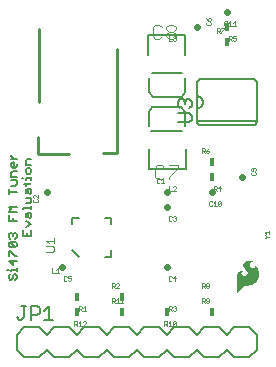
<source format=gbr>
G04 EAGLE Gerber RS-274X export*
G75*
%MOMM*%
%FSLAX34Y34*%
%LPD*%
%INSilkscreen Top*%
%IPPOS*%
%AMOC8*
5,1,8,0,0,1.08239X$1,22.5*%
G01*
%ADD10C,0.127000*%
%ADD11C,0.203200*%
%ADD12C,0.050800*%
%ADD13C,0.025400*%
%ADD14C,0.558800*%
%ADD15R,0.457200X0.762000*%
%ADD16C,0.101600*%
%ADD17C,0.254000*%

G36*
X198918Y53444D02*
X198918Y53444D01*
X198922Y53442D01*
X198992Y53478D01*
X199002Y53483D01*
X199003Y53484D01*
X203875Y58966D01*
X204729Y59748D01*
X205719Y60337D01*
X206070Y60464D01*
X206438Y60529D01*
X208713Y60529D01*
X208718Y60531D01*
X208724Y60529D01*
X210088Y60653D01*
X210098Y60659D01*
X210110Y60657D01*
X211429Y61025D01*
X211437Y61033D01*
X211450Y61034D01*
X212680Y61634D01*
X212687Y61641D01*
X212698Y61644D01*
X213855Y62461D01*
X213860Y62469D01*
X213869Y62472D01*
X214900Y63444D01*
X214903Y63452D01*
X214909Y63454D01*
X214910Y63456D01*
X214912Y63457D01*
X215797Y64564D01*
X215799Y64574D01*
X215808Y64581D01*
X216755Y66262D01*
X216756Y66273D01*
X216764Y66283D01*
X217392Y68107D01*
X217391Y68118D01*
X217398Y68129D01*
X217686Y70036D01*
X217683Y70047D01*
X217688Y70059D01*
X217686Y70111D01*
X217678Y70363D01*
X217674Y70489D01*
X217674Y70490D01*
X217666Y70742D01*
X217658Y70995D01*
X217654Y71121D01*
X217646Y71373D01*
X217635Y71752D01*
X217627Y71987D01*
X217623Y71996D01*
X217625Y72008D01*
X217418Y73047D01*
X217413Y73055D01*
X217413Y73066D01*
X217055Y74063D01*
X217049Y74070D01*
X217048Y74081D01*
X216546Y75015D01*
X216537Y75022D01*
X216534Y75034D01*
X215627Y76171D01*
X215616Y76177D01*
X215609Y76190D01*
X214483Y77111D01*
X214440Y77123D01*
X214399Y77139D01*
X214394Y77137D01*
X214388Y77138D01*
X214350Y77117D01*
X214310Y77098D01*
X214307Y77092D01*
X214303Y77090D01*
X214295Y77061D01*
X214277Y77013D01*
X214277Y76133D01*
X214261Y76013D01*
X214217Y75910D01*
X213943Y75570D01*
X213582Y75322D01*
X213408Y75257D01*
X212870Y75199D01*
X212340Y75297D01*
X211852Y75546D01*
X210950Y76197D01*
X210538Y76551D01*
X210187Y76961D01*
X209904Y77419D01*
X209698Y77913D01*
X209639Y78213D01*
X209651Y78516D01*
X209808Y79035D01*
X210094Y79495D01*
X210489Y79865D01*
X210970Y80120D01*
X211460Y80259D01*
X211971Y80316D01*
X212574Y80316D01*
X212575Y80316D01*
X212597Y80325D01*
X212665Y80354D01*
X212700Y80446D01*
X212696Y80455D01*
X212662Y80531D01*
X212660Y80534D01*
X212659Y80535D01*
X212658Y80536D01*
X212637Y80556D01*
X212630Y80559D01*
X212626Y80567D01*
X212191Y80905D01*
X212176Y80909D01*
X212164Y80921D01*
X211660Y81142D01*
X211659Y81142D01*
X211303Y81294D01*
X211075Y81395D01*
X211065Y81396D01*
X211055Y81402D01*
X210177Y81622D01*
X210168Y81621D01*
X210158Y81625D01*
X209258Y81711D01*
X209248Y81707D01*
X209236Y81711D01*
X208368Y81645D01*
X208357Y81639D01*
X208344Y81640D01*
X207504Y81409D01*
X207494Y81401D01*
X207481Y81400D01*
X206701Y81012D01*
X206694Y81004D01*
X206683Y81001D01*
X205906Y80441D01*
X205902Y80434D01*
X205893Y80430D01*
X205197Y79772D01*
X205192Y79761D01*
X205181Y79753D01*
X204750Y79150D01*
X204747Y79135D01*
X204735Y79122D01*
X204468Y78430D01*
X204468Y78414D01*
X204460Y78399D01*
X204373Y77662D01*
X204378Y77647D01*
X204374Y77630D01*
X204473Y76895D01*
X204481Y76882D01*
X204481Y76865D01*
X204761Y76177D01*
X204770Y76168D01*
X204773Y76154D01*
X205960Y74396D01*
X205968Y74391D01*
X205972Y74380D01*
X207425Y72839D01*
X207795Y72404D01*
X208035Y71901D01*
X208137Y71353D01*
X208094Y70797D01*
X207908Y70272D01*
X207593Y69812D01*
X207168Y69447D01*
X206625Y69154D01*
X206039Y68956D01*
X205429Y68859D01*
X204718Y68894D01*
X204040Y69101D01*
X203434Y69466D01*
X203121Y69794D01*
X202915Y70198D01*
X202822Y70614D01*
X202822Y71042D01*
X202915Y71457D01*
X202987Y71595D01*
X203105Y71709D01*
X203929Y72308D01*
X204062Y72379D01*
X204200Y72407D01*
X204358Y72391D01*
X204401Y72405D01*
X204446Y72416D01*
X204448Y72420D01*
X204452Y72421D01*
X204472Y72462D01*
X204495Y72501D01*
X204494Y72505D01*
X204496Y72509D01*
X204481Y72552D01*
X204468Y72596D01*
X204465Y72598D01*
X204464Y72602D01*
X204426Y72621D01*
X204390Y72642D01*
X203907Y72718D01*
X203902Y72717D01*
X203897Y72719D01*
X202957Y72792D01*
X202948Y72789D01*
X202937Y72792D01*
X201997Y72719D01*
X201987Y72714D01*
X201975Y72715D01*
X201276Y72531D01*
X201266Y72523D01*
X201252Y72522D01*
X200604Y72201D01*
X200596Y72192D01*
X200582Y72188D01*
X200012Y71743D01*
X200006Y71732D01*
X199994Y71726D01*
X199524Y71176D01*
X199520Y71164D01*
X199509Y71155D01*
X199108Y70423D01*
X199107Y70410D01*
X199098Y70399D01*
X198858Y69600D01*
X198859Y69587D01*
X198853Y69574D01*
X198783Y68743D01*
X198785Y68737D01*
X198783Y68732D01*
X198783Y53568D01*
X198785Y53563D01*
X198783Y53559D01*
X198804Y53519D01*
X198821Y53477D01*
X198826Y53476D01*
X198828Y53471D01*
X198871Y53458D01*
X198913Y53442D01*
X198918Y53444D01*
G37*
D10*
X6853Y69981D02*
X5709Y68837D01*
X5709Y66549D01*
X6853Y65405D01*
X7997Y65405D01*
X9141Y66549D01*
X9141Y68837D01*
X10285Y69981D01*
X11429Y69981D01*
X12573Y68837D01*
X12573Y66549D01*
X11429Y65405D01*
X7997Y72889D02*
X7997Y74033D01*
X12573Y74033D01*
X12573Y72889D02*
X12573Y75177D01*
X5709Y74033D02*
X4565Y74033D01*
X5709Y81311D02*
X12573Y81311D01*
X9141Y77879D02*
X5709Y81311D01*
X9141Y82455D02*
X9141Y77879D01*
X5709Y85363D02*
X5709Y89939D01*
X6853Y89939D01*
X11429Y85363D01*
X12573Y85363D01*
X11429Y92847D02*
X6853Y92847D01*
X5709Y93991D01*
X5709Y96279D01*
X6853Y97423D01*
X11429Y97423D01*
X12573Y96279D01*
X12573Y93991D01*
X11429Y92847D01*
X6853Y97423D01*
X6853Y100331D02*
X5709Y101475D01*
X5709Y103763D01*
X6853Y104907D01*
X7997Y104907D01*
X9141Y103763D01*
X9141Y102619D01*
X9141Y103763D02*
X10285Y104907D01*
X11429Y104907D01*
X12573Y103763D01*
X12573Y101475D01*
X11429Y100331D01*
X12573Y115299D02*
X5709Y115299D01*
X5709Y119875D01*
X9141Y117587D02*
X9141Y115299D01*
X12573Y122784D02*
X5709Y122784D01*
X7997Y125071D01*
X5709Y127359D01*
X12573Y127359D01*
X12573Y140040D02*
X5709Y140040D01*
X5709Y137752D02*
X5709Y142328D01*
X7997Y145236D02*
X11429Y145236D01*
X12573Y146380D01*
X12573Y149812D01*
X7997Y149812D01*
X7997Y152720D02*
X12573Y152720D01*
X7997Y152720D02*
X7997Y156152D01*
X9141Y157296D01*
X12573Y157296D01*
X12573Y161348D02*
X12573Y163636D01*
X12573Y161348D02*
X11429Y160204D01*
X9141Y160204D01*
X7997Y161348D01*
X7997Y163636D01*
X9141Y164780D01*
X10285Y164780D01*
X10285Y160204D01*
X12573Y167688D02*
X7997Y167688D01*
X10285Y167688D02*
X7997Y169976D01*
X7997Y171120D01*
X17901Y107402D02*
X17901Y102826D01*
X24765Y102826D01*
X24765Y107402D01*
X21333Y105114D02*
X21333Y102826D01*
X20189Y110310D02*
X24765Y112598D01*
X20189Y114886D01*
X20189Y118938D02*
X20189Y121226D01*
X21333Y122370D01*
X24765Y122370D01*
X24765Y118938D01*
X23621Y117794D01*
X22477Y118938D01*
X22477Y122370D01*
X17901Y125278D02*
X17901Y126422D01*
X24765Y126422D01*
X24765Y125278D02*
X24765Y127566D01*
X23621Y130268D02*
X20189Y130268D01*
X23621Y130268D02*
X24765Y131412D01*
X24765Y134844D01*
X20189Y134844D01*
X20189Y138896D02*
X20189Y141184D01*
X21333Y142328D01*
X24765Y142328D01*
X24765Y138896D01*
X23621Y137752D01*
X22477Y138896D01*
X22477Y142328D01*
X23621Y146380D02*
X19045Y146380D01*
X23621Y146380D02*
X24765Y147524D01*
X20189Y147524D02*
X20189Y145236D01*
X20189Y150225D02*
X20189Y151369D01*
X24765Y151369D01*
X24765Y150225D02*
X24765Y152513D01*
X17901Y151369D02*
X16757Y151369D01*
X24765Y156359D02*
X24765Y158647D01*
X23621Y159791D01*
X21333Y159791D01*
X20189Y158647D01*
X20189Y156359D01*
X21333Y155215D01*
X23621Y155215D01*
X24765Y156359D01*
X24765Y162699D02*
X20189Y162699D01*
X20189Y166131D01*
X21333Y167275D01*
X24765Y167275D01*
D11*
X59700Y90600D02*
X65200Y85100D01*
X59700Y112600D02*
X59700Y118100D01*
X65200Y118100D01*
X87200Y85100D02*
X92700Y85100D01*
X92700Y90600D01*
X92700Y112600D02*
X92700Y118100D01*
X87200Y118100D01*
D12*
X43010Y89154D02*
X37078Y89154D01*
X43010Y89154D02*
X44196Y90340D01*
X44196Y92713D01*
X43010Y93899D01*
X37078Y93899D01*
X39451Y96170D02*
X37078Y98543D01*
X44196Y98543D01*
X44196Y96170D02*
X44196Y100916D01*
D13*
X222374Y100593D02*
X223009Y100593D01*
X224280Y101864D01*
X223009Y103135D01*
X222374Y103135D01*
X224280Y101864D02*
X226187Y101864D01*
X223645Y104335D02*
X222374Y105606D01*
X226187Y105606D01*
X226187Y104335D02*
X226187Y106877D01*
D14*
X139700Y139395D02*
X139700Y140005D01*
D13*
X133479Y150625D02*
X132844Y151260D01*
X131573Y151260D01*
X130937Y150625D01*
X130937Y148083D01*
X131573Y147447D01*
X132844Y147447D01*
X133479Y148083D01*
X134679Y149989D02*
X135950Y151260D01*
X135950Y147447D01*
X134679Y147447D02*
X137221Y147447D01*
D14*
X38405Y139700D02*
X37795Y139700D01*
D13*
X27175Y133479D02*
X26540Y132844D01*
X26540Y131573D01*
X27175Y130937D01*
X29717Y130937D01*
X30353Y131573D01*
X30353Y132844D01*
X29717Y133479D01*
X30353Y134679D02*
X30353Y137221D01*
X30353Y134679D02*
X27811Y137221D01*
X27175Y137221D01*
X26540Y136586D01*
X26540Y135315D01*
X27175Y134679D01*
D14*
X139700Y127305D02*
X139700Y126695D01*
D13*
X143139Y119256D02*
X143775Y118621D01*
X143139Y119256D02*
X141868Y119256D01*
X141233Y118621D01*
X141233Y116079D01*
X141868Y115443D01*
X143139Y115443D01*
X143775Y116079D01*
X144975Y118621D02*
X145610Y119256D01*
X146882Y119256D01*
X147517Y118621D01*
X147517Y117985D01*
X146882Y117350D01*
X146246Y117350D01*
X146882Y117350D02*
X147517Y116714D01*
X147517Y116079D01*
X146882Y115443D01*
X145610Y115443D01*
X144975Y116079D01*
D14*
X139700Y76505D02*
X139700Y75895D01*
D13*
X143139Y68456D02*
X143775Y67821D01*
X143139Y68456D02*
X141868Y68456D01*
X141233Y67821D01*
X141233Y65279D01*
X141868Y64643D01*
X143139Y64643D01*
X143775Y65279D01*
X146882Y64643D02*
X146882Y68456D01*
X144975Y66550D01*
X147517Y66550D01*
D14*
X50800Y75895D02*
X50800Y76505D01*
D13*
X54239Y68456D02*
X54875Y67821D01*
X54239Y68456D02*
X52968Y68456D01*
X52333Y67821D01*
X52333Y65279D01*
X52968Y64643D01*
X54239Y64643D01*
X54875Y65279D01*
X56075Y68456D02*
X58617Y68456D01*
X56075Y68456D02*
X56075Y66550D01*
X57346Y67185D01*
X57982Y67185D01*
X58617Y66550D01*
X58617Y65279D01*
X57982Y64643D01*
X56710Y64643D01*
X56075Y65279D01*
X42037Y71247D02*
X42037Y75060D01*
X42037Y71247D02*
X44579Y71247D01*
X45779Y73789D02*
X47050Y75060D01*
X47050Y71247D01*
X45779Y71247D02*
X48321Y71247D01*
D15*
X63500Y50800D03*
D13*
X65033Y43056D02*
X65033Y39243D01*
X65033Y43056D02*
X66939Y43056D01*
X67575Y42421D01*
X67575Y41150D01*
X66939Y40514D01*
X65033Y40514D01*
X66304Y40514D02*
X67575Y39243D01*
X68775Y41785D02*
X70046Y43056D01*
X70046Y39243D01*
X68775Y39243D02*
X71317Y39243D01*
D15*
X101600Y50800D03*
D13*
X92837Y58547D02*
X92837Y62360D01*
X94744Y62360D01*
X95379Y61725D01*
X95379Y60454D01*
X94744Y59818D01*
X92837Y59818D01*
X94108Y59818D02*
X95379Y58547D01*
X96579Y58547D02*
X99121Y58547D01*
X96579Y58547D02*
X99121Y61089D01*
X99121Y61725D01*
X98486Y62360D01*
X97215Y62360D01*
X96579Y61725D01*
X141233Y43056D02*
X141233Y39243D01*
X141233Y43056D02*
X143139Y43056D01*
X143775Y42421D01*
X143775Y41150D01*
X143139Y40514D01*
X141233Y40514D01*
X142504Y40514D02*
X143775Y39243D01*
X144975Y42421D02*
X145610Y43056D01*
X146882Y43056D01*
X147517Y42421D01*
X147517Y41785D01*
X146882Y41150D01*
X146246Y41150D01*
X146882Y41150D02*
X147517Y40514D01*
X147517Y39879D01*
X146882Y39243D01*
X145610Y39243D01*
X144975Y39879D01*
D11*
X168910Y235458D02*
X212090Y235458D01*
X215900Y200152D02*
X215898Y200030D01*
X215892Y199908D01*
X215882Y199786D01*
X215869Y199665D01*
X215851Y199544D01*
X215830Y199424D01*
X215804Y199304D01*
X215775Y199186D01*
X215743Y199068D01*
X215706Y198951D01*
X215666Y198836D01*
X215622Y198722D01*
X215574Y198610D01*
X215523Y198499D01*
X215468Y198390D01*
X215410Y198282D01*
X215348Y198177D01*
X215283Y198074D01*
X215215Y197972D01*
X215143Y197873D01*
X215069Y197777D01*
X214991Y197682D01*
X214910Y197591D01*
X214827Y197501D01*
X214741Y197415D01*
X214651Y197332D01*
X214560Y197251D01*
X214465Y197173D01*
X214369Y197099D01*
X214270Y197027D01*
X214168Y196959D01*
X214065Y196894D01*
X213960Y196832D01*
X213852Y196774D01*
X213743Y196719D01*
X213632Y196668D01*
X213520Y196620D01*
X213406Y196576D01*
X213291Y196536D01*
X213174Y196499D01*
X213056Y196467D01*
X212938Y196438D01*
X212818Y196412D01*
X212698Y196391D01*
X212577Y196373D01*
X212456Y196360D01*
X212334Y196350D01*
X212212Y196344D01*
X212090Y196342D01*
X168910Y235458D02*
X168788Y235456D01*
X168666Y235450D01*
X168544Y235440D01*
X168423Y235427D01*
X168302Y235409D01*
X168182Y235388D01*
X168062Y235362D01*
X167944Y235333D01*
X167826Y235301D01*
X167709Y235264D01*
X167594Y235224D01*
X167480Y235180D01*
X167368Y235132D01*
X167257Y235081D01*
X167148Y235026D01*
X167040Y234968D01*
X166935Y234906D01*
X166832Y234841D01*
X166730Y234773D01*
X166631Y234701D01*
X166535Y234627D01*
X166440Y234549D01*
X166349Y234468D01*
X166259Y234385D01*
X166173Y234299D01*
X166090Y234209D01*
X166009Y234118D01*
X165931Y234023D01*
X165857Y233927D01*
X165785Y233828D01*
X165717Y233726D01*
X165652Y233623D01*
X165590Y233518D01*
X165532Y233410D01*
X165477Y233301D01*
X165426Y233190D01*
X165378Y233078D01*
X165334Y232964D01*
X165294Y232849D01*
X165257Y232732D01*
X165225Y232614D01*
X165196Y232496D01*
X165170Y232376D01*
X165149Y232256D01*
X165131Y232135D01*
X165118Y232014D01*
X165108Y231892D01*
X165102Y231770D01*
X165100Y231648D01*
X212090Y235458D02*
X212212Y235456D01*
X212334Y235450D01*
X212456Y235440D01*
X212577Y235427D01*
X212698Y235409D01*
X212818Y235388D01*
X212938Y235362D01*
X213056Y235333D01*
X213174Y235301D01*
X213291Y235264D01*
X213406Y235224D01*
X213520Y235180D01*
X213632Y235132D01*
X213743Y235081D01*
X213852Y235026D01*
X213960Y234968D01*
X214065Y234906D01*
X214168Y234841D01*
X214270Y234773D01*
X214369Y234701D01*
X214465Y234627D01*
X214560Y234549D01*
X214651Y234468D01*
X214741Y234385D01*
X214827Y234299D01*
X214910Y234209D01*
X214991Y234118D01*
X215069Y234023D01*
X215143Y233927D01*
X215215Y233828D01*
X215283Y233726D01*
X215348Y233623D01*
X215410Y233518D01*
X215468Y233410D01*
X215523Y233301D01*
X215574Y233190D01*
X215622Y233078D01*
X215666Y232964D01*
X215706Y232849D01*
X215743Y232732D01*
X215775Y232614D01*
X215804Y232496D01*
X215830Y232376D01*
X215851Y232256D01*
X215869Y232135D01*
X215882Y232014D01*
X215892Y231892D01*
X215898Y231770D01*
X215900Y231648D01*
X168910Y196342D02*
X168788Y196344D01*
X168666Y196350D01*
X168544Y196360D01*
X168423Y196373D01*
X168302Y196391D01*
X168182Y196412D01*
X168062Y196438D01*
X167944Y196467D01*
X167826Y196499D01*
X167709Y196536D01*
X167594Y196576D01*
X167480Y196620D01*
X167368Y196668D01*
X167257Y196719D01*
X167148Y196774D01*
X167040Y196832D01*
X166935Y196894D01*
X166832Y196959D01*
X166730Y197027D01*
X166631Y197099D01*
X166535Y197173D01*
X166440Y197251D01*
X166349Y197332D01*
X166259Y197415D01*
X166173Y197501D01*
X166090Y197591D01*
X166009Y197682D01*
X165931Y197777D01*
X165857Y197873D01*
X165785Y197972D01*
X165717Y198074D01*
X165652Y198177D01*
X165590Y198282D01*
X165532Y198390D01*
X165477Y198499D01*
X165426Y198610D01*
X165378Y198722D01*
X165334Y198836D01*
X165294Y198951D01*
X165257Y199068D01*
X165225Y199186D01*
X165196Y199304D01*
X165170Y199424D01*
X165149Y199544D01*
X165131Y199665D01*
X165118Y199786D01*
X165108Y199908D01*
X165102Y200030D01*
X165100Y200152D01*
X168910Y196342D02*
X212090Y196342D01*
X215900Y200152D02*
X215900Y231648D01*
X165100Y231648D02*
X165100Y220980D01*
X165100Y210820D01*
X165100Y200152D01*
X165100Y210820D02*
X165241Y210822D01*
X165382Y210828D01*
X165523Y210838D01*
X165664Y210851D01*
X165804Y210869D01*
X165943Y210891D01*
X166082Y210916D01*
X166221Y210945D01*
X166358Y210978D01*
X166494Y211015D01*
X166629Y211056D01*
X166764Y211100D01*
X166896Y211148D01*
X167028Y211200D01*
X167158Y211255D01*
X167286Y211314D01*
X167413Y211377D01*
X167537Y211443D01*
X167660Y211512D01*
X167781Y211585D01*
X167900Y211661D01*
X168017Y211741D01*
X168131Y211824D01*
X168244Y211909D01*
X168353Y211998D01*
X168461Y212090D01*
X168565Y212185D01*
X168667Y212283D01*
X168766Y212384D01*
X168863Y212487D01*
X168956Y212593D01*
X169046Y212701D01*
X169134Y212812D01*
X169218Y212925D01*
X169299Y213041D01*
X169377Y213159D01*
X169452Y213279D01*
X169523Y213401D01*
X169591Y213525D01*
X169655Y213651D01*
X169716Y213778D01*
X169773Y213907D01*
X169826Y214038D01*
X169876Y214170D01*
X169923Y214303D01*
X169965Y214438D01*
X170004Y214574D01*
X170039Y214711D01*
X170070Y214848D01*
X170097Y214987D01*
X170121Y215126D01*
X170140Y215266D01*
X170156Y215406D01*
X170168Y215547D01*
X170176Y215688D01*
X170180Y215829D01*
X170180Y215971D01*
X170176Y216112D01*
X170168Y216253D01*
X170156Y216394D01*
X170140Y216534D01*
X170121Y216674D01*
X170097Y216813D01*
X170070Y216952D01*
X170039Y217089D01*
X170004Y217226D01*
X169965Y217362D01*
X169923Y217497D01*
X169876Y217630D01*
X169826Y217762D01*
X169773Y217893D01*
X169716Y218022D01*
X169655Y218149D01*
X169591Y218275D01*
X169523Y218399D01*
X169452Y218521D01*
X169377Y218641D01*
X169299Y218759D01*
X169218Y218875D01*
X169134Y218988D01*
X169046Y219099D01*
X168956Y219207D01*
X168863Y219313D01*
X168766Y219416D01*
X168667Y219517D01*
X168565Y219615D01*
X168461Y219710D01*
X168353Y219802D01*
X168244Y219891D01*
X168131Y219976D01*
X168017Y220059D01*
X167900Y220139D01*
X167781Y220215D01*
X167660Y220288D01*
X167537Y220357D01*
X167413Y220423D01*
X167286Y220486D01*
X167158Y220545D01*
X167028Y220600D01*
X166896Y220652D01*
X166764Y220700D01*
X166629Y220744D01*
X166494Y220785D01*
X166358Y220822D01*
X166221Y220855D01*
X166082Y220884D01*
X165943Y220909D01*
X165804Y220931D01*
X165664Y220949D01*
X165523Y220962D01*
X165382Y220972D01*
X165241Y220978D01*
X165100Y220980D01*
X165100Y199898D02*
X215900Y199898D01*
D10*
X158748Y198755D02*
X149215Y198755D01*
X158748Y198755D02*
X160655Y200662D01*
X160655Y204475D01*
X158748Y206382D01*
X149215Y206382D01*
X151122Y210449D02*
X149215Y212356D01*
X149215Y216169D01*
X151122Y218075D01*
X153029Y218075D01*
X154935Y216169D01*
X154935Y214262D01*
X154935Y216169D02*
X156842Y218075D01*
X158748Y218075D01*
X160655Y216169D01*
X160655Y212356D01*
X158748Y210449D01*
D15*
X177800Y152400D03*
D13*
X179333Y144656D02*
X179333Y140843D01*
X179333Y144656D02*
X181239Y144656D01*
X181875Y144021D01*
X181875Y142750D01*
X181239Y142114D01*
X179333Y142114D01*
X180604Y142114D02*
X181875Y140843D01*
X184982Y140843D02*
X184982Y144656D01*
X183075Y142750D01*
X185617Y142750D01*
D14*
X165405Y279400D02*
X164795Y279400D01*
D13*
X172844Y282839D02*
X173479Y283475D01*
X172844Y282839D02*
X172844Y281568D01*
X173479Y280933D01*
X176021Y280933D01*
X176657Y281568D01*
X176657Y282839D01*
X176021Y283475D01*
X173479Y285946D02*
X172844Y287217D01*
X173479Y285946D02*
X174750Y284675D01*
X176021Y284675D01*
X176657Y285310D01*
X176657Y286582D01*
X176021Y287217D01*
X175386Y287217D01*
X174750Y286582D01*
X174750Y284675D01*
D14*
X202895Y152400D02*
X203505Y152400D01*
D13*
X210944Y155839D02*
X211579Y156475D01*
X210944Y155839D02*
X210944Y154568D01*
X211579Y153933D01*
X214121Y153933D01*
X214757Y154568D01*
X214757Y155839D01*
X214121Y156475D01*
X214121Y157675D02*
X214757Y158310D01*
X214757Y159582D01*
X214121Y160217D01*
X211579Y160217D01*
X210944Y159582D01*
X210944Y158310D01*
X211579Y157675D01*
X212215Y157675D01*
X212850Y158310D01*
X212850Y160217D01*
D11*
X155700Y159420D02*
X155700Y176420D01*
X155700Y159420D02*
X124200Y159420D01*
X124200Y176420D01*
X155200Y195420D02*
X155200Y207420D01*
X151700Y211420D01*
X127200Y211420D01*
X124200Y207420D01*
X124200Y195420D01*
X124200Y207420D01*
X126590Y191510D02*
X152560Y191510D01*
D16*
X135367Y162222D02*
X137316Y160273D01*
X135367Y162222D02*
X131469Y162222D01*
X129520Y160273D01*
X129520Y152477D01*
X131469Y150528D01*
X135367Y150528D01*
X137316Y152477D01*
X141214Y162222D02*
X149010Y162222D01*
X149010Y160273D01*
X141214Y152477D01*
X141214Y150528D01*
D11*
X123700Y255380D02*
X123700Y272380D01*
X155200Y272380D01*
X155200Y255380D01*
X124200Y236380D02*
X124200Y224380D01*
X127700Y220380D01*
X152200Y220380D01*
X155200Y224380D01*
X155200Y236380D01*
X155200Y224380D01*
X152810Y240290D02*
X126840Y240290D01*
D16*
X135304Y279333D02*
X133355Y281282D01*
X129457Y281282D01*
X127508Y279333D01*
X127508Y271537D01*
X129457Y269588D01*
X133355Y269588D01*
X135304Y271537D01*
X139202Y279333D02*
X141151Y281282D01*
X145049Y281282D01*
X146998Y279333D01*
X146998Y277384D01*
X145049Y275435D01*
X146998Y273486D01*
X146998Y271537D01*
X145049Y269588D01*
X141151Y269588D01*
X139202Y271537D01*
X139202Y273486D01*
X141151Y275435D01*
X139202Y277384D01*
X139202Y279333D01*
X141151Y275435D02*
X145049Y275435D01*
D15*
X190500Y279400D03*
D13*
X192033Y271656D02*
X192033Y267843D01*
X192033Y271656D02*
X193939Y271656D01*
X194575Y271021D01*
X194575Y269750D01*
X193939Y269114D01*
X192033Y269114D01*
X193304Y269114D02*
X194575Y267843D01*
X195775Y271656D02*
X198317Y271656D01*
X195775Y271656D02*
X195775Y269750D01*
X197046Y270385D01*
X197682Y270385D01*
X198317Y269750D01*
X198317Y268479D01*
X197682Y267843D01*
X196410Y267843D01*
X195775Y268479D01*
D15*
X177800Y165100D03*
D13*
X169037Y172847D02*
X169037Y176660D01*
X170944Y176660D01*
X171579Y176025D01*
X171579Y174754D01*
X170944Y174118D01*
X169037Y174118D01*
X170308Y174118D02*
X171579Y172847D01*
X174050Y176025D02*
X175321Y176660D01*
X174050Y176025D02*
X172779Y174754D01*
X172779Y173483D01*
X173415Y172847D01*
X174686Y172847D01*
X175321Y173483D01*
X175321Y174118D01*
X174686Y174754D01*
X172779Y174754D01*
D15*
X190500Y266700D03*
D13*
X181737Y274447D02*
X181737Y278260D01*
X183644Y278260D01*
X184279Y277625D01*
X184279Y276354D01*
X183644Y275718D01*
X181737Y275718D01*
X183008Y275718D02*
X184279Y274447D01*
X185479Y278260D02*
X188021Y278260D01*
X188021Y277625D01*
X185479Y275083D01*
X185479Y274447D01*
D14*
X177800Y140005D02*
X177800Y139395D01*
D13*
X177497Y131956D02*
X178133Y131321D01*
X177497Y131956D02*
X176226Y131956D01*
X175591Y131321D01*
X175591Y128779D01*
X176226Y128143D01*
X177497Y128143D01*
X178133Y128779D01*
X179333Y130685D02*
X180604Y131956D01*
X180604Y128143D01*
X179333Y128143D02*
X181875Y128143D01*
X183075Y128779D02*
X183075Y131321D01*
X183710Y131956D01*
X184982Y131956D01*
X185617Y131321D01*
X185617Y128779D01*
X184982Y128143D01*
X183710Y128143D01*
X183075Y128779D01*
X185617Y131321D01*
D14*
X190500Y291795D02*
X190500Y292405D01*
D13*
X190197Y284356D02*
X190833Y283721D01*
X190197Y284356D02*
X188926Y284356D01*
X188291Y283721D01*
X188291Y281179D01*
X188926Y280543D01*
X190197Y280543D01*
X190833Y281179D01*
X192033Y283085D02*
X193304Y284356D01*
X193304Y280543D01*
X192033Y280543D02*
X194575Y280543D01*
X195775Y283085D02*
X197046Y284356D01*
X197046Y280543D01*
X195775Y280543D02*
X198317Y280543D01*
X169037Y62360D02*
X169037Y58547D01*
X169037Y62360D02*
X170944Y62360D01*
X171579Y61725D01*
X171579Y60454D01*
X170944Y59818D01*
X169037Y59818D01*
X170308Y59818D02*
X171579Y58547D01*
X172779Y61725D02*
X173415Y62360D01*
X174686Y62360D01*
X175321Y61725D01*
X175321Y61089D01*
X174686Y60454D01*
X175321Y59818D01*
X175321Y59183D01*
X174686Y58547D01*
X173415Y58547D01*
X172779Y59183D01*
X172779Y59818D01*
X173415Y60454D01*
X172779Y61089D01*
X172779Y61725D01*
X173415Y60454D02*
X174686Y60454D01*
D15*
X177800Y38100D03*
D13*
X169037Y45847D02*
X169037Y49660D01*
X170944Y49660D01*
X171579Y49025D01*
X171579Y47754D01*
X170944Y47118D01*
X169037Y47118D01*
X170308Y47118D02*
X171579Y45847D01*
X172779Y46483D02*
X173415Y45847D01*
X174686Y45847D01*
X175321Y46483D01*
X175321Y49025D01*
X174686Y49660D01*
X173415Y49660D01*
X172779Y49025D01*
X172779Y48389D01*
X173415Y47754D01*
X175321Y47754D01*
D15*
X139700Y38100D03*
D13*
X137491Y30356D02*
X137491Y26543D01*
X137491Y30356D02*
X139397Y30356D01*
X140033Y29721D01*
X140033Y28450D01*
X139397Y27814D01*
X137491Y27814D01*
X138762Y27814D02*
X140033Y26543D01*
X141233Y29085D02*
X142504Y30356D01*
X142504Y26543D01*
X141233Y26543D02*
X143775Y26543D01*
X144975Y27179D02*
X144975Y29721D01*
X145610Y30356D01*
X146882Y30356D01*
X147517Y29721D01*
X147517Y27179D01*
X146882Y26543D01*
X145610Y26543D01*
X144975Y27179D01*
X147517Y29721D01*
D15*
X101600Y38100D03*
D13*
X92837Y45847D02*
X92837Y49660D01*
X94744Y49660D01*
X95379Y49025D01*
X95379Y47754D01*
X94744Y47118D01*
X92837Y47118D01*
X94108Y47118D02*
X95379Y45847D01*
X96579Y48389D02*
X97850Y49660D01*
X97850Y45847D01*
X96579Y45847D02*
X99121Y45847D01*
X100321Y48389D02*
X101592Y49660D01*
X101592Y45847D01*
X100321Y45847D02*
X102863Y45847D01*
D15*
X63500Y38100D03*
D13*
X61291Y30356D02*
X61291Y26543D01*
X61291Y30356D02*
X63197Y30356D01*
X63833Y29721D01*
X63833Y28450D01*
X63197Y27814D01*
X61291Y27814D01*
X62562Y27814D02*
X63833Y26543D01*
X65033Y29085D02*
X66304Y30356D01*
X66304Y26543D01*
X65033Y26543D02*
X67575Y26543D01*
X68775Y26543D02*
X71317Y26543D01*
X68775Y26543D02*
X71317Y29085D01*
X71317Y29721D01*
X70682Y30356D01*
X69410Y30356D01*
X68775Y29721D01*
D11*
X171450Y25400D02*
X184150Y25400D01*
X190500Y19050D01*
X190500Y6350D02*
X184150Y0D01*
X146050Y25400D02*
X139700Y19050D01*
X146050Y25400D02*
X158750Y25400D01*
X165100Y19050D01*
X165100Y6350D02*
X158750Y0D01*
X146050Y0D01*
X139700Y6350D01*
X165100Y19050D02*
X171450Y25400D01*
X165100Y6350D02*
X171450Y0D01*
X184150Y0D01*
X107950Y25400D02*
X95250Y25400D01*
X107950Y25400D02*
X114300Y19050D01*
X114300Y6350D02*
X107950Y0D01*
X114300Y19050D02*
X120650Y25400D01*
X133350Y25400D01*
X139700Y19050D01*
X139700Y6350D02*
X133350Y0D01*
X120650Y0D01*
X114300Y6350D01*
X69850Y25400D02*
X63500Y19050D01*
X69850Y25400D02*
X82550Y25400D01*
X88900Y19050D01*
X88900Y6350D02*
X82550Y0D01*
X69850Y0D01*
X63500Y6350D01*
X88900Y19050D02*
X95250Y25400D01*
X88900Y6350D02*
X95250Y0D01*
X107950Y0D01*
X31750Y25400D02*
X19050Y25400D01*
X31750Y25400D02*
X38100Y19050D01*
X38100Y6350D02*
X31750Y0D01*
X38100Y19050D02*
X44450Y25400D01*
X57150Y25400D01*
X63500Y19050D01*
X63500Y6350D02*
X57150Y0D01*
X44450Y0D01*
X38100Y6350D01*
X12700Y6350D02*
X12700Y19050D01*
X19050Y25400D01*
X12700Y6350D02*
X19050Y0D01*
X31750Y0D01*
X196850Y25400D02*
X209550Y25400D01*
X215900Y19050D01*
X215900Y6350D01*
X209550Y0D01*
X190500Y19050D02*
X196850Y25400D01*
X190500Y6350D02*
X196850Y0D01*
X209550Y0D01*
D10*
X14480Y31623D02*
X12573Y33530D01*
X14480Y31623D02*
X16386Y31623D01*
X18293Y33530D01*
X18293Y43063D01*
X16386Y43063D02*
X20200Y43063D01*
X24267Y43063D02*
X24267Y31623D01*
X24267Y43063D02*
X29987Y43063D01*
X31893Y41156D01*
X31893Y37343D01*
X29987Y35436D01*
X24267Y35436D01*
X35961Y39250D02*
X39774Y43063D01*
X39774Y31623D01*
X35961Y31623D02*
X43587Y31623D01*
D13*
X141233Y140843D02*
X141233Y144656D01*
X141233Y140843D02*
X143775Y140843D01*
X144975Y140843D02*
X147517Y140843D01*
X144975Y140843D02*
X147517Y143385D01*
X147517Y144021D01*
X146882Y144656D01*
X145610Y144656D01*
X144975Y144021D01*
X141233Y267843D02*
X141233Y271656D01*
X141233Y267843D02*
X143775Y267843D01*
X144975Y271021D02*
X145610Y271656D01*
X146882Y271656D01*
X147517Y271021D01*
X147517Y270385D01*
X146882Y269750D01*
X146246Y269750D01*
X146882Y269750D02*
X147517Y269114D01*
X147517Y268479D01*
X146882Y267843D01*
X145610Y267843D01*
X144975Y268479D01*
D17*
X30988Y277622D02*
X30988Y216154D01*
X30480Y172212D02*
X57150Y172212D01*
X30480Y172212D02*
X30480Y185928D01*
X85598Y172720D02*
X97790Y172720D01*
X97790Y260604D01*
M02*

</source>
